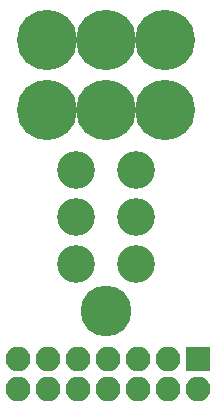
<source format=gbr>
G04 #@! TF.GenerationSoftware,KiCad,Pcbnew,(5.0.0)*
G04 #@! TF.CreationDate,2018-10-02T14:41:49-05:00*
G04 #@! TF.ProjectId,PotBreakout,506F74427265616B6F75742E6B696361,1*
G04 #@! TF.SameCoordinates,Original*
G04 #@! TF.FileFunction,Soldermask,Top*
G04 #@! TF.FilePolarity,Negative*
%FSLAX46Y46*%
G04 Gerber Fmt 4.6, Leading zero omitted, Abs format (unit mm)*
G04 Created by KiCad (PCBNEW (5.0.0)) date 10/02/18 14:41:49*
%MOMM*%
%LPD*%
G01*
G04 APERTURE LIST*
%ADD10C,3.200000*%
%ADD11C,5.100000*%
%ADD12C,4.300000*%
%ADD13R,2.100000X2.100000*%
%ADD14O,2.100000X2.100000*%
G04 APERTURE END LIST*
D10*
G04 #@! TO.C,U1*
X148501100Y-97003600D03*
X148501100Y-101003600D03*
X148501100Y-105003600D03*
X153501100Y-97003600D03*
X153501100Y-101003600D03*
X153501100Y-105003600D03*
D11*
X146001100Y-92003600D03*
X146001100Y-86003600D03*
X156001100Y-86003600D03*
X151001100Y-92003600D03*
X156001100Y-92003600D03*
X151001100Y-86003600D03*
D12*
X151001100Y-109003600D03*
G04 #@! TD*
D13*
G04 #@! TO.C,J1*
X158750000Y-113030000D03*
D14*
X158750000Y-115570000D03*
X156210000Y-113030000D03*
X156210000Y-115570000D03*
X153670000Y-113030000D03*
X153670000Y-115570000D03*
X151130000Y-113030000D03*
X151130000Y-115570000D03*
X148590000Y-113030000D03*
X148590000Y-115570000D03*
X146050000Y-113030000D03*
X146050000Y-115570000D03*
X143510000Y-113030000D03*
X143510000Y-115570000D03*
G04 #@! TD*
M02*

</source>
